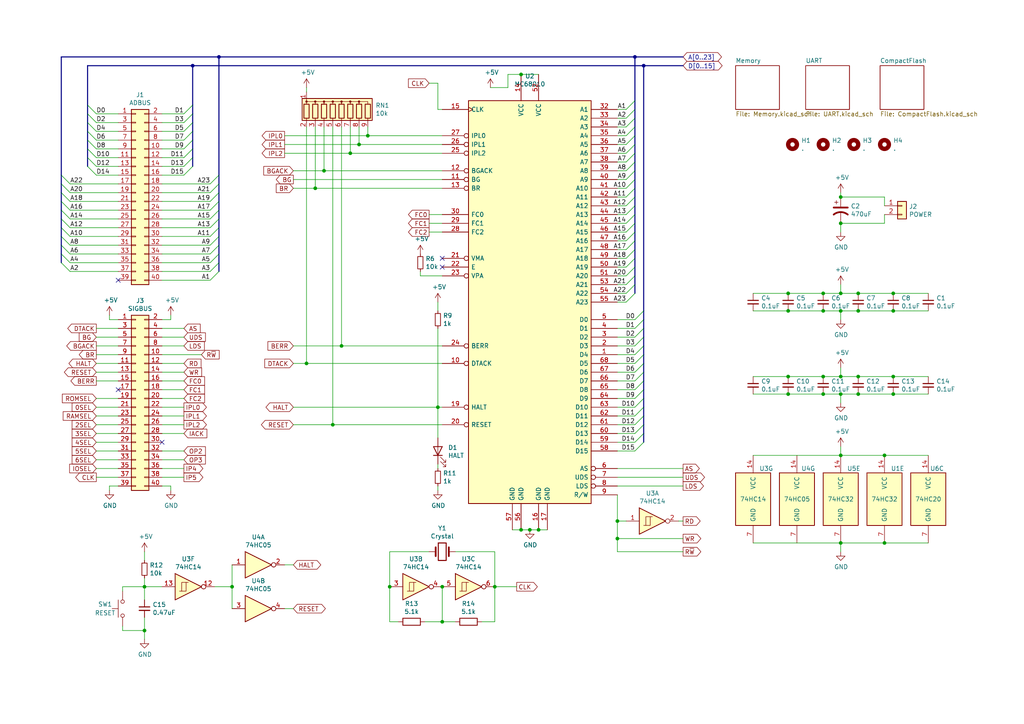
<source format=kicad_sch>
(kicad_sch (version 20211123) (generator eeschema)
  (paper "A4")
  (title_block (title "68k-SMT") (rev "1"))
  (junction (at 238.76 85.09))
  (junction (at 256.54 157.48))
  (junction (at 238.76 90.17))
  (junction (at 41.91 170.18))
  (junction (at 106.68 39.37))
  (junction (at 153.67 153.67))
  (junction (at 256.54 132.08))
  (junction (at 151.13 153.67))
  (junction (at 259.08 85.09))
  (junction (at 113.03 170.18))
  (junction (at 259.08 109.22))
  (junction (at 151.13 21.59))
  (junction (at 228.6 85.09))
  (junction (at 91.44 54.61))
  (junction (at 127 118.11))
  (junction (at 248.92 85.09))
  (junction (at 238.76 114.3))
  (junction (at 96.52 123.19))
  (junction (at 156.21 153.67))
  (junction (at 243.84 85.09))
  (junction (at 243.84 90.17))
  (junction (at 259.08 114.3))
  (junction (at 67.31 170.18))
  (junction (at 186.69 19.05))
  (junction (at 243.84 157.48))
  (junction (at 243.84 109.22))
  (junction (at 101.6 44.45))
  (junction (at 228.6 109.22))
  (junction (at 243.84 114.3))
  (junction (at 93.98 49.53))
  (junction (at 259.08 90.17))
  (junction (at 41.91 182.88))
  (junction (at 128.27 180.34))
  (junction (at 179.07 156.21))
  (junction (at 228.6 114.3))
  (junction (at 248.92 114.3))
  (junction (at 248.92 109.22))
  (junction (at 55.88 19.05))
  (junction (at 179.07 151.13))
  (junction (at 243.84 57.15))
  (junction (at 243.84 132.08))
  (junction (at 228.6 90.17))
  (junction (at 88.9 105.41))
  (junction (at 248.92 90.17))
  (junction (at 128.27 170.18))
  (junction (at 104.14 41.91))
  (junction (at 63.5 16.51))
  (junction (at 238.76 109.22))
  (junction (at 184.15 16.51))
  (junction (at 99.06 100.33))
  (junction (at 243.84 64.77))
  (junction (at 143.51 170.18))
  (no_connect (at 128.27 77.47))
  (no_connect (at 34.29 113.03))
  (no_connect (at 46.99 128.27))
  (no_connect (at 128.27 74.93))
  (no_connect (at 34.29 81.28))
  (bus_entry (at 181.61 74.93) (size 2.54 -2.54))
  (bus_entry (at 181.61 62.23) (size 2.54 -2.54))
  (bus_entry (at 181.61 36.83) (size 2.54 -2.54))
  (bus_entry (at 27.94 45.72) (size -2.54 -2.54))
  (bus_entry (at 53.34 38.1) (size 2.54 -2.54))
  (bus_entry (at 20.32 68.58) (size -2.54 -2.54))
  (bus_entry (at 60.96 55.88) (size 2.54 -2.54))
  (bus_entry (at 53.34 43.18) (size 2.54 -2.54))
  (bus_entry (at 181.61 82.55) (size 2.54 -2.54))
  (bus_entry (at 60.96 66.04) (size 2.54 -2.54))
  (bus_entry (at 60.96 68.58) (size 2.54 -2.54))
  (bus_entry (at 181.61 64.77) (size 2.54 -2.54))
  (bus_entry (at 184.15 130.81) (size 2.54 -2.54))
  (bus_entry (at 184.15 125.73) (size 2.54 -2.54))
  (bus_entry (at 20.32 76.2) (size -2.54 -2.54))
  (bus_entry (at 181.61 59.69) (size 2.54 -2.54))
  (bus_entry (at 184.15 102.87) (size 2.54 -2.54))
  (bus_entry (at 181.61 54.61) (size 2.54 -2.54))
  (bus_entry (at 20.32 66.04) (size -2.54 -2.54))
  (bus_entry (at 181.61 52.07) (size 2.54 -2.54))
  (bus_entry (at 181.61 80.01) (size 2.54 -2.54))
  (bus_entry (at 181.61 87.63) (size 2.54 -2.54))
  (bus_entry (at 20.32 73.66) (size -2.54 -2.54))
  (bus_entry (at 181.61 31.75) (size 2.54 -2.54))
  (bus_entry (at 181.61 67.31) (size 2.54 -2.54))
  (bus_entry (at 181.61 69.85) (size 2.54 -2.54))
  (bus_entry (at 184.15 120.65) (size 2.54 -2.54))
  (bus_entry (at 27.94 33.02) (size -2.54 -2.54))
  (bus_entry (at 20.32 71.12) (size -2.54 -2.54))
  (bus_entry (at 27.94 40.64) (size -2.54 -2.54))
  (bus_entry (at 53.34 48.26) (size 2.54 -2.54))
  (bus_entry (at 181.61 39.37) (size 2.54 -2.54))
  (bus_entry (at 60.96 81.28) (size 2.54 -2.54))
  (bus_entry (at 20.32 55.88) (size -2.54 -2.54))
  (bus_entry (at 181.61 41.91) (size 2.54 -2.54))
  (bus_entry (at 184.15 128.27) (size 2.54 -2.54))
  (bus_entry (at 20.32 60.96) (size -2.54 -2.54))
  (bus_entry (at 181.61 49.53) (size 2.54 -2.54))
  (bus_entry (at 184.15 113.03) (size 2.54 -2.54))
  (bus_entry (at 53.34 33.02) (size 2.54 -2.54))
  (bus_entry (at 184.15 97.79) (size 2.54 -2.54))
  (bus_entry (at 184.15 115.57) (size 2.54 -2.54))
  (bus_entry (at 184.15 95.25) (size 2.54 -2.54))
  (bus_entry (at 20.32 53.34) (size -2.54 -2.54))
  (bus_entry (at 181.61 57.15) (size 2.54 -2.54))
  (bus_entry (at 181.61 72.39) (size 2.54 -2.54))
  (bus_entry (at 184.15 92.71) (size 2.54 -2.54))
  (bus_entry (at 60.96 60.96) (size 2.54 -2.54))
  (bus_entry (at 60.96 73.66) (size 2.54 -2.54))
  (bus_entry (at 20.32 63.5) (size -2.54 -2.54))
  (bus_entry (at 181.61 46.99) (size 2.54 -2.54))
  (bus_entry (at 60.96 58.42) (size 2.54 -2.54))
  (bus_entry (at 20.32 78.74) (size -2.54 -2.54))
  (bus_entry (at 184.15 123.19) (size 2.54 -2.54))
  (bus_entry (at 60.96 76.2) (size 2.54 -2.54))
  (bus_entry (at 184.15 100.33) (size 2.54 -2.54))
  (bus_entry (at 20.32 58.42) (size -2.54 -2.54))
  (bus_entry (at 27.94 38.1) (size -2.54 -2.54))
  (bus_entry (at 184.15 110.49) (size 2.54 -2.54))
  (bus_entry (at 27.94 43.18) (size -2.54 -2.54))
  (bus_entry (at 184.15 107.95) (size 2.54 -2.54))
  (bus_entry (at 53.34 35.56) (size 2.54 -2.54))
  (bus_entry (at 27.94 50.8) (size -2.54 -2.54))
  (bus_entry (at 27.94 35.56) (size -2.54 -2.54))
  (bus_entry (at 60.96 63.5) (size 2.54 -2.54))
  (bus_entry (at 53.34 50.8) (size 2.54 -2.54))
  (bus_entry (at 181.61 44.45) (size 2.54 -2.54))
  (bus_entry (at 27.94 48.26) (size -2.54 -2.54))
  (bus_entry (at 53.34 45.72) (size 2.54 -2.54))
  (bus_entry (at 60.96 78.74) (size 2.54 -2.54))
  (bus_entry (at 184.15 118.11) (size 2.54 -2.54))
  (bus_entry (at 60.96 71.12) (size 2.54 -2.54))
  (bus_entry (at 60.96 53.34) (size 2.54 -2.54))
  (bus_entry (at 181.61 85.09) (size 2.54 -2.54))
  (bus_entry (at 53.34 40.64) (size 2.54 -2.54))
  (bus_entry (at 181.61 77.47) (size 2.54 -2.54))
  (bus_entry (at 181.61 34.29) (size 2.54 -2.54))
  (bus_entry (at 184.15 105.41) (size 2.54 -2.54))
  (bus (pts (xy 184.15 57.15) (xy 184.15 59.69)))
  (wire (pts (xy 147.32 21.59) (xy 151.13 21.59)))
  (bus (pts (xy 184.15 16.51) (xy 63.5 16.51)))
  (wire (pts (xy 46.99 105.41) (xy 53.34 105.41)))
  (wire (pts (xy 124.46 64.77) (xy 128.27 64.77)))
  (wire (pts (xy 53.34 130.81) (xy 46.99 130.81)))
  (wire (pts (xy 104.14 36.83) (xy 104.14 41.91)))
  (wire (pts (xy 269.24 157.48) (xy 256.54 157.48)))
  (wire (pts (xy 99.06 100.33) (xy 128.27 100.33)))
  (bus (pts (xy 17.78 55.88) (xy 17.78 58.42)))
  (wire (pts (xy 34.29 55.88) (xy 20.32 55.88)))
  (wire (pts (xy 53.34 40.64) (xy 46.99 40.64)))
  (bus (pts (xy 184.15 16.51) (xy 198.12 16.51)))
  (wire (pts (xy 179.07 80.01) (xy 181.61 80.01)))
  (wire (pts (xy 27.94 95.25) (xy 34.29 95.25)))
  (wire (pts (xy 113.03 180.34) (xy 115.57 180.34)))
  (wire (pts (xy 259.08 114.3) (xy 248.92 114.3)))
  (bus (pts (xy 184.15 16.51) (xy 184.15 29.21)))
  (wire (pts (xy 88.9 36.83) (xy 88.9 105.41)))
  (wire (pts (xy 85.09 49.53) (xy 93.98 49.53)))
  (bus (pts (xy 25.4 35.56) (xy 25.4 38.1)))
  (wire (pts (xy 53.34 133.35) (xy 46.99 133.35)))
  (bus (pts (xy 55.88 43.18) (xy 55.88 45.72)))
  (wire (pts (xy 184.15 123.19) (xy 179.07 123.19)))
  (wire (pts (xy 179.07 100.33) (xy 184.15 100.33)))
  (wire (pts (xy 181.61 39.37) (xy 179.07 39.37)))
  (bus (pts (xy 63.5 60.96) (xy 63.5 63.5)))
  (bus (pts (xy 55.88 30.48) (xy 55.88 33.02)))
  (wire (pts (xy 27.94 138.43) (xy 34.29 138.43)))
  (bus (pts (xy 63.5 53.34) (xy 63.5 55.88)))
  (wire (pts (xy 151.13 153.67) (xy 153.67 153.67)))
  (wire (pts (xy 53.34 120.65) (xy 46.99 120.65)))
  (wire (pts (xy 34.29 71.12) (xy 20.32 71.12)))
  (wire (pts (xy 60.96 73.66) (xy 46.99 73.66)))
  (bus (pts (xy 55.88 38.1) (xy 55.88 40.64)))
  (bus (pts (xy 186.69 92.71) (xy 186.69 95.25)))
  (wire (pts (xy 46.99 48.26) (xy 53.34 48.26)))
  (wire (pts (xy 127 24.13) (xy 127 31.75)))
  (bus (pts (xy 184.15 52.07) (xy 184.15 54.61)))
  (bus (pts (xy 184.15 49.53) (xy 184.15 52.07)))
  (wire (pts (xy 46.99 140.97) (xy 49.53 140.97)))
  (wire (pts (xy 88.9 26.67) (xy 88.9 25.4)))
  (wire (pts (xy 34.29 63.5) (xy 20.32 63.5)))
  (wire (pts (xy 121.92 78.74) (xy 121.92 80.01)))
  (wire (pts (xy 34.29 76.2) (xy 20.32 76.2)))
  (wire (pts (xy 101.6 44.45) (xy 128.27 44.45)))
  (wire (pts (xy 85.09 123.19) (xy 96.52 123.19)))
  (wire (pts (xy 82.55 41.91) (xy 104.14 41.91)))
  (wire (pts (xy 181.61 44.45) (xy 179.07 44.45)))
  (wire (pts (xy 53.34 107.95) (xy 46.99 107.95)))
  (wire (pts (xy 124.46 160.02) (xy 113.03 160.02)))
  (wire (pts (xy 156.21 153.67) (xy 158.75 153.67)))
  (wire (pts (xy 256.54 132.08) (xy 269.24 132.08)))
  (wire (pts (xy 128.27 180.34) (xy 132.08 180.34)))
  (wire (pts (xy 243.84 106.68) (xy 243.84 109.22)))
  (bus (pts (xy 186.69 123.19) (xy 186.69 125.73)))
  (bus (pts (xy 63.5 66.04) (xy 63.5 68.58)))
  (wire (pts (xy 243.84 90.17) (xy 238.76 90.17)))
  (wire (pts (xy 181.61 67.31) (xy 179.07 67.31)))
  (bus (pts (xy 17.78 73.66) (xy 17.78 76.2)))
  (wire (pts (xy 243.84 57.15) (xy 243.84 55.88)))
  (wire (pts (xy 113.03 160.02) (xy 113.03 170.18)))
  (bus (pts (xy 184.15 67.31) (xy 184.15 69.85)))
  (bus (pts (xy 63.5 16.51) (xy 17.78 16.51)))
  (wire (pts (xy 93.98 49.53) (xy 128.27 49.53)))
  (wire (pts (xy 218.44 157.48) (xy 243.84 157.48)))
  (bus (pts (xy 184.15 80.01) (xy 184.15 82.55)))
  (bus (pts (xy 186.69 113.03) (xy 186.69 115.57)))
  (wire (pts (xy 179.07 49.53) (xy 181.61 49.53)))
  (wire (pts (xy 53.34 123.19) (xy 46.99 123.19)))
  (wire (pts (xy 34.29 48.26) (xy 27.94 48.26)))
  (wire (pts (xy 34.29 60.96) (xy 20.32 60.96)))
  (wire (pts (xy 67.31 170.18) (xy 62.23 170.18)))
  (bus (pts (xy 25.4 19.05) (xy 25.4 30.48)))
  (wire (pts (xy 34.29 140.97) (xy 31.75 140.97)))
  (wire (pts (xy 243.84 132.08) (xy 256.54 132.08)))
  (bus (pts (xy 17.78 63.5) (xy 17.78 66.04)))
  (bus (pts (xy 184.15 39.37) (xy 184.15 41.91)))
  (wire (pts (xy 179.07 151.13) (xy 181.61 151.13)))
  (wire (pts (xy 34.29 78.74) (xy 20.32 78.74)))
  (bus (pts (xy 186.69 115.57) (xy 186.69 118.11)))
  (bus (pts (xy 55.88 40.64) (xy 55.88 43.18)))
  (wire (pts (xy 243.84 157.48) (xy 256.54 157.48)))
  (bus (pts (xy 17.78 50.8) (xy 17.78 53.34)))
  (bus (pts (xy 25.4 30.48) (xy 25.4 33.02)))
  (wire (pts (xy 259.08 109.22) (xy 269.24 109.22)))
  (wire (pts (xy 60.96 68.58) (xy 46.99 68.58)))
  (wire (pts (xy 184.15 102.87) (xy 179.07 102.87)))
  (wire (pts (xy 147.32 25.4) (xy 147.32 21.59)))
  (wire (pts (xy 46.99 97.79) (xy 53.34 97.79)))
  (wire (pts (xy 153.67 153.67) (xy 156.21 153.67)))
  (wire (pts (xy 31.75 92.71) (xy 34.29 92.71)))
  (wire (pts (xy 67.31 163.83) (xy 67.31 170.18)))
  (wire (pts (xy 82.55 176.53) (xy 85.09 176.53)))
  (wire (pts (xy 34.29 45.72) (xy 27.94 45.72)))
  (wire (pts (xy 181.61 34.29) (xy 179.07 34.29)))
  (wire (pts (xy 27.94 115.57) (xy 34.29 115.57)))
  (wire (pts (xy 46.99 170.18) (xy 41.91 170.18)))
  (wire (pts (xy 46.99 35.56) (xy 53.34 35.56)))
  (wire (pts (xy 31.75 91.44) (xy 31.75 92.71)))
  (wire (pts (xy 181.61 62.23) (xy 179.07 62.23)))
  (bus (pts (xy 184.15 34.29) (xy 184.15 36.83)))
  (bus (pts (xy 184.15 44.45) (xy 184.15 46.99)))
  (wire (pts (xy 179.07 85.09) (xy 181.61 85.09)))
  (wire (pts (xy 31.75 140.97) (xy 31.75 142.24)))
  (bus (pts (xy 55.88 33.02) (xy 55.88 35.56)))
  (bus (pts (xy 186.69 125.73) (xy 186.69 128.27)))
  (bus (pts (xy 63.5 58.42) (xy 63.5 60.96)))
  (wire (pts (xy 181.61 57.15) (xy 179.07 57.15)))
  (wire (pts (xy 34.29 50.8) (xy 27.94 50.8)))
  (wire (pts (xy 46.99 100.33) (xy 53.34 100.33)))
  (bus (pts (xy 25.4 40.64) (xy 25.4 43.18)))
  (wire (pts (xy 46.99 71.12) (xy 60.96 71.12)))
  (wire (pts (xy 179.07 105.41) (xy 184.15 105.41)))
  (wire (pts (xy 106.68 39.37) (xy 128.27 39.37)))
  (wire (pts (xy 53.34 125.73) (xy 46.99 125.73)))
  (wire (pts (xy 85.09 163.83) (xy 82.55 163.83)))
  (wire (pts (xy 35.56 170.18) (xy 41.91 170.18)))
  (wire (pts (xy 41.91 185.42) (xy 41.91 182.88)))
  (wire (pts (xy 238.76 85.09) (xy 243.84 85.09)))
  (wire (pts (xy 27.94 107.95) (xy 34.29 107.95)))
  (wire (pts (xy 34.29 68.58) (xy 20.32 68.58)))
  (wire (pts (xy 27.94 40.64) (xy 34.29 40.64)))
  (wire (pts (xy 179.07 95.25) (xy 184.15 95.25)))
  (wire (pts (xy 238.76 114.3) (xy 228.6 114.3)))
  (bus (pts (xy 186.69 105.41) (xy 186.69 107.95)))
  (wire (pts (xy 96.52 123.19) (xy 128.27 123.19)))
  (wire (pts (xy 46.99 78.74) (xy 60.96 78.74)))
  (bus (pts (xy 63.5 55.88) (xy 63.5 58.42)))
  (bus (pts (xy 63.5 76.2) (xy 63.5 78.74)))
  (bus (pts (xy 63.5 71.12) (xy 63.5 73.66)))
  (wire (pts (xy 35.56 182.88) (xy 41.91 182.88)))
  (bus (pts (xy 63.5 63.5) (xy 63.5 66.04)))
  (bus (pts (xy 184.15 41.91) (xy 184.15 44.45)))
  (wire (pts (xy 35.56 171.45) (xy 35.56 170.18)))
  (wire (pts (xy 179.07 110.49) (xy 184.15 110.49)))
  (wire (pts (xy 198.12 160.02) (xy 179.07 160.02)))
  (wire (pts (xy 101.6 36.83) (xy 101.6 44.45)))
  (wire (pts (xy 143.51 160.02) (xy 132.08 160.02)))
  (wire (pts (xy 27.94 105.41) (xy 34.29 105.41)))
  (wire (pts (xy 184.15 118.11) (xy 179.07 118.11)))
  (wire (pts (xy 49.53 92.71) (xy 49.53 91.44)))
  (wire (pts (xy 85.09 118.11) (xy 127 118.11)))
  (wire (pts (xy 148.59 153.67) (xy 151.13 153.67)))
  (wire (pts (xy 179.07 54.61) (xy 181.61 54.61)))
  (wire (pts (xy 179.07 36.83) (xy 181.61 36.83)))
  (bus (pts (xy 186.69 90.17) (xy 186.69 92.71)))
  (wire (pts (xy 99.06 36.83) (xy 99.06 100.33)))
  (bus (pts (xy 186.69 110.49) (xy 186.69 113.03)))
  (wire (pts (xy 41.91 170.18) (xy 41.91 167.64)))
  (bus (pts (xy 186.69 19.05) (xy 186.69 90.17)))
  (wire (pts (xy 127 118.11) (xy 127 127)))
  (wire (pts (xy 218.44 114.3) (xy 228.6 114.3)))
  (wire (pts (xy 243.84 64.77) (xy 256.54 64.77)))
  (bus (pts (xy 55.88 45.72) (xy 55.88 48.26)))
  (bus (pts (xy 184.15 59.69) (xy 184.15 62.23)))
  (wire (pts (xy 184.15 128.27) (xy 179.07 128.27)))
  (wire (pts (xy 269.24 90.17) (xy 259.08 90.17)))
  (wire (pts (xy 27.94 100.33) (xy 34.29 100.33)))
  (wire (pts (xy 179.07 31.75) (xy 181.61 31.75)))
  (wire (pts (xy 179.07 64.77) (xy 181.61 64.77)))
  (bus (pts (xy 184.15 64.77) (xy 184.15 67.31)))
  (wire (pts (xy 49.53 140.97) (xy 49.53 142.24)))
  (wire (pts (xy 179.07 41.91) (xy 181.61 41.91)))
  (wire (pts (xy 82.55 44.45) (xy 101.6 44.45)))
  (wire (pts (xy 46.99 63.5) (xy 60.96 63.5)))
  (bus (pts (xy 25.4 43.18) (xy 25.4 45.72)))
  (wire (pts (xy 238.76 90.17) (xy 228.6 90.17)))
  (wire (pts (xy 179.07 135.89) (xy 198.12 135.89)))
  (wire (pts (xy 53.34 50.8) (xy 46.99 50.8)))
  (wire (pts (xy 88.9 105.41) (xy 128.27 105.41)))
  (wire (pts (xy 184.15 97.79) (xy 179.07 97.79)))
  (wire (pts (xy 93.98 36.83) (xy 93.98 49.53)))
  (wire (pts (xy 127 31.75) (xy 128.27 31.75)))
  (wire (pts (xy 243.84 132.08) (xy 243.84 129.54)))
  (wire (pts (xy 179.07 140.97) (xy 198.12 140.97)))
  (wire (pts (xy 181.61 77.47) (xy 179.07 77.47)))
  (wire (pts (xy 60.96 81.28) (xy 46.99 81.28)))
  (wire (pts (xy 143.51 170.18) (xy 143.51 160.02)))
  (wire (pts (xy 104.14 41.91) (xy 128.27 41.91)))
  (wire (pts (xy 228.6 85.09) (xy 238.76 85.09)))
  (wire (pts (xy 179.07 156.21) (xy 198.12 156.21)))
  (wire (pts (xy 34.29 53.34) (xy 20.32 53.34)))
  (bus (pts (xy 186.69 97.79) (xy 186.69 100.33)))
  (wire (pts (xy 60.96 66.04) (xy 46.99 66.04)))
  (wire (pts (xy 34.29 43.18) (xy 27.94 43.18)))
  (wire (pts (xy 34.29 35.56) (xy 27.94 35.56)))
  (wire (pts (xy 243.84 90.17) (xy 243.84 92.71)))
  (bus (pts (xy 184.15 46.99) (xy 184.15 49.53)))
  (wire (pts (xy 53.34 138.43) (xy 46.99 138.43)))
  (wire (pts (xy 184.15 92.71) (xy 179.07 92.71)))
  (bus (pts (xy 184.15 36.83) (xy 184.15 39.37)))
  (bus (pts (xy 17.78 68.58) (xy 17.78 71.12)))
  (wire (pts (xy 34.29 97.79) (xy 27.94 97.79)))
  (wire (pts (xy 53.34 110.49) (xy 46.99 110.49)))
  (wire (pts (xy 243.84 82.55) (xy 243.84 85.09)))
  (wire (pts (xy 139.7 180.34) (xy 143.51 180.34)))
  (bus (pts (xy 186.69 118.11) (xy 186.69 120.65)))
  (wire (pts (xy 179.07 125.73) (xy 184.15 125.73)))
  (bus (pts (xy 186.69 95.25) (xy 186.69 97.79)))
  (wire (pts (xy 143.51 180.34) (xy 143.51 170.18)))
  (wire (pts (xy 60.96 53.34) (xy 46.99 53.34)))
  (wire (pts (xy 181.61 87.63) (xy 179.07 87.63)))
  (bus (pts (xy 17.78 53.34) (xy 17.78 55.88)))
  (wire (pts (xy 46.99 92.71) (xy 49.53 92.71)))
  (wire (pts (xy 259.08 85.09) (xy 269.24 85.09)))
  (wire (pts (xy 143.51 170.18) (xy 149.86 170.18)))
  (wire (pts (xy 228.6 90.17) (xy 218.44 90.17)))
  (wire (pts (xy 46.99 95.25) (xy 53.34 95.25)))
  (wire (pts (xy 127 87.63) (xy 127 90.17)))
  (wire (pts (xy 34.29 38.1) (xy 27.94 38.1)))
  (wire (pts (xy 34.29 73.66) (xy 20.32 73.66)))
  (wire (pts (xy 127 135.89) (xy 127 134.62)))
  (wire (pts (xy 85.09 54.61) (xy 91.44 54.61)))
  (wire (pts (xy 179.07 130.81) (xy 184.15 130.81)))
  (bus (pts (xy 17.78 60.96) (xy 17.78 63.5)))
  (wire (pts (xy 243.84 67.31) (xy 243.84 64.77)))
  (wire (pts (xy 218.44 132.08) (xy 243.84 132.08)))
  (wire (pts (xy 60.96 58.42) (xy 46.99 58.42)))
  (wire (pts (xy 127 118.11) (xy 128.27 118.11)))
  (wire (pts (xy 124.46 67.31) (xy 128.27 67.31)))
  (wire (pts (xy 27.94 123.19) (xy 34.29 123.19)))
  (wire (pts (xy 53.34 113.03) (xy 46.99 113.03)))
  (bus (pts (xy 17.78 71.12) (xy 17.78 73.66)))
  (wire (pts (xy 91.44 36.83) (xy 91.44 54.61)))
  (wire (pts (xy 256.54 64.77) (xy 256.54 62.23)))
  (wire (pts (xy 259.08 90.17) (xy 248.92 90.17)))
  (wire (pts (xy 179.07 138.43) (xy 198.12 138.43)))
  (bus (pts (xy 25.4 38.1) (xy 25.4 40.64)))
  (wire (pts (xy 218.44 109.22) (xy 228.6 109.22)))
  (wire (pts (xy 85.09 105.41) (xy 88.9 105.41)))
  (wire (pts (xy 46.99 135.89) (xy 53.34 135.89)))
  (wire (pts (xy 179.07 74.93) (xy 181.61 74.93)))
  (wire (pts (xy 67.31 170.18) (xy 67.31 176.53)))
  (bus (pts (xy 184.15 69.85) (xy 184.15 72.39)))
  (wire (pts (xy 142.24 25.4) (xy 147.32 25.4)))
  (wire (pts (xy 34.29 58.42) (xy 20.32 58.42)))
  (wire (pts (xy 58.42 102.87) (xy 46.99 102.87)))
  (wire (pts (xy 196.85 151.13) (xy 198.12 151.13)))
  (wire (pts (xy 243.84 57.15) (xy 256.54 57.15)))
  (wire (pts (xy 218.44 85.09) (xy 228.6 85.09)))
  (bus (pts (xy 186.69 102.87) (xy 186.69 105.41)))
  (bus (pts (xy 25.4 45.72) (xy 25.4 48.26)))
  (wire (pts (xy 34.29 135.89) (xy 27.94 135.89)))
  (wire (pts (xy 179.07 151.13) (xy 179.07 156.21)))
  (wire (pts (xy 243.84 109.22) (xy 248.92 109.22)))
  (wire (pts (xy 243.84 85.09) (xy 248.92 85.09)))
  (wire (pts (xy 121.92 80.01) (xy 128.27 80.01)))
  (wire (pts (xy 151.13 21.59) (xy 156.21 21.59)))
  (bus (pts (xy 55.88 19.05) (xy 55.88 30.48)))
  (bus (pts (xy 184.15 31.75) (xy 184.15 34.29)))
  (wire (pts (xy 243.84 114.3) (xy 243.84 116.84)))
  (bus (pts (xy 184.15 29.21) (xy 184.15 31.75)))
  (bus (pts (xy 17.78 16.51) (xy 17.78 50.8)))
  (wire (pts (xy 179.07 59.69) (xy 181.61 59.69)))
  (wire (pts (xy 53.34 118.11) (xy 46.99 118.11)))
  (wire (pts (xy 96.52 36.83) (xy 96.52 123.19)))
  (wire (pts (xy 181.61 72.39) (xy 179.07 72.39)))
  (wire (pts (xy 113.03 170.18) (xy 113.03 180.34)))
  (bus (pts (xy 184.15 82.55) (xy 184.15 85.09)))
  (wire (pts (xy 53.34 45.72) (xy 46.99 45.72)))
  (wire (pts (xy 34.29 66.04) (xy 20.32 66.04)))
  (wire (pts (xy 34.29 125.73) (xy 27.94 125.73)))
  (wire (pts (xy 41.91 179.07) (xy 41.91 182.88)))
  (wire (pts (xy 179.07 143.51) (xy 179.07 151.13)))
  (wire (pts (xy 85.09 100.33) (xy 99.06 100.33)))
  (wire (pts (xy 238.76 109.22) (xy 243.84 109.22)))
  (wire (pts (xy 85.09 52.07) (xy 128.27 52.07)))
  (wire (pts (xy 184.15 107.95) (xy 179.07 107.95)))
  (wire (pts (xy 127 140.97) (xy 127 142.24)))
  (bus (pts (xy 25.4 33.02) (xy 25.4 35.56)))
  (wire (pts (xy 181.61 82.55) (xy 179.07 82.55)))
  (bus (pts (xy 63.5 68.58) (xy 63.5 71.12)))
  (wire (pts (xy 179.07 156.21) (xy 179.07 160.02)))
  (bus (pts (xy 63.5 16.51) (xy 63.5 50.8)))
  (wire (pts (xy 60.96 60.96) (xy 46.99 60.96)))
  (wire (pts (xy 34.29 102.87) (xy 27.94 102.87)))
  (wire (pts (xy 179.07 120.65) (xy 184.15 120.65)))
  (wire (pts (xy 46.99 43.18) (xy 53.34 43.18)))
  (bus (pts (xy 63.5 50.8) (xy 63.5 53.34)))
  (wire (pts (xy 243.84 157.48) (xy 243.84 160.02)))
  (wire (pts (xy 256.54 57.15) (xy 256.54 59.69)))
  (wire (pts (xy 27.94 128.27) (xy 34.29 128.27)))
  (wire (pts (xy 60.96 76.2) (xy 46.99 76.2)))
  (wire (pts (xy 34.29 120.65) (xy 27.94 120.65)))
  (wire (pts (xy 179.07 69.85) (xy 181.61 69.85)))
  (wire (pts (xy 124.46 24.13) (xy 127 24.13)))
  (wire (pts (xy 82.55 39.37) (xy 106.68 39.37)))
  (bus (pts (xy 184.15 54.61) (xy 184.15 57.15)))
  (wire (pts (xy 41.91 160.02) (xy 41.91 162.56)))
  (wire (pts (xy 34.29 110.49) (xy 27.94 110.49)))
  (wire (pts (xy 248.92 114.3) (xy 243.84 114.3)))
  (bus (pts (xy 63.5 73.66) (xy 63.5 76.2)))
  (wire (pts (xy 27.94 133.35) (xy 34.29 133.35)))
  (wire (pts (xy 127 95.25) (xy 127 118.11)))
  (wire (pts (xy 184.15 113.03) (xy 179.07 113.03)))
  (bus (pts (xy 55.88 35.56) (xy 55.88 38.1)))
  (bus (pts (xy 17.78 66.04) (xy 17.78 68.58)))
  (wire (pts (xy 46.99 115.57) (xy 53.34 115.57)))
  (bus (pts (xy 17.78 58.42) (xy 17.78 60.96)))
  (wire (pts (xy 248.92 109.22) (xy 259.08 109.22)))
  (wire (pts (xy 27.94 118.11) (xy 34.29 118.11)))
  (wire (pts (xy 269.24 114.3) (xy 259.08 114.3)))
  (bus (pts (xy 184.15 72.39) (xy 184.15 74.93)))
  (wire (pts (xy 248.92 85.09) (xy 259.08 85.09)))
  (wire (pts (xy 53.34 33.02) (xy 46.99 33.02)))
  (bus (pts (xy 184.15 77.47) (xy 184.15 80.01)))
  (wire (pts (xy 34.29 130.81) (xy 27.94 130.81)))
  (wire (pts (xy 53.34 38.1) (xy 46.99 38.1)))
  (wire (pts (xy 228.6 109.22) (xy 238.76 109.22)))
  (wire (pts (xy 128.27 180.34) (xy 128.27 170.18)))
  (bus (pts (xy 55.88 19.05) (xy 25.4 19.05)))
  (bus (pts (xy 184.15 62.23) (xy 184.15 64.77)))
  (wire (pts (xy 91.44 54.61) (xy 128.27 54.61)))
  (bus (pts (xy 186.69 100.33) (xy 186.69 102.87)))
  (wire (pts (xy 27.94 33.02) (xy 34.29 33.02)))
  (wire (pts (xy 106.68 36.83) (xy 106.68 39.37)))
  (wire (pts (xy 41.91 170.18) (xy 41.91 173.99)))
  (bus (pts (xy 186.69 120.65) (xy 186.69 123.19)))
  (bus (pts (xy 184.15 74.93) (xy 184.15 77.47)))
  (wire (pts (xy 181.61 52.07) (xy 179.07 52.07)))
  (wire (pts (xy 46.99 55.88) (xy 60.96 55.88)))
  (bus (pts (xy 186.69 19.05) (xy 55.88 19.05)))
  (bus (pts (xy 186.69 19.05) (xy 198.12 19.05)))
  (wire (pts (xy 181.61 46.99) (xy 179.07 46.99)))
  (wire (pts (xy 179.07 115.57) (xy 184.15 115.57)))
  (wire (pts (xy 35.56 181.61) (xy 35.56 182.88)))
  (wire (pts (xy 128.27 62.23) (xy 124.46 62.23)))
  (bus (pts (xy 186.69 107.95) (xy 186.69 110.49)))
  (wire (pts (xy 243.84 114.3) (xy 238.76 114.3)))
  (wire (pts (xy 123.19 180.34) (xy 128.27 180.34)))
  (wire (pts (xy 248.92 90.17) (xy 243.84 90.17)))
  (label "A13" (at 60.96 66.04 180))
  (label "D2" (at 27.94 35.56 0))
  (label "D12" (at 27.94 48.26 0))
  (label "A6" (at 20.32 73.66 0))
  (label "A3" (at 60.96 78.74 180))
  (label "A1" (at 60.96 81.28 180))
  (label "A1" (at 181.61 31.75 180))
  (label "D3" (at 53.34 35.56 180))
  (label "A16" (at 20.32 60.96 0))
  (label "A14" (at 181.61 64.77 180))
  (label "A11" (at 60.96 68.58 180))
  (label "A22" (at 20.32 53.34 0))
  (label "D9" (at 184.15 115.57 180))
  (label "A3" (at 181.61 36.83 180))
  (label "A14" (at 20.32 63.5 0))
  (label "A20" (at 181.61 80.01 180))
  (label "A17" (at 181.61 72.39 180))
  (label "D5" (at 53.34 38.1 180))
  (label "D0" (at 184.15 92.71 180))
  (label "A10" (at 181.61 54.61 180))
  (label "A7" (at 60.96 73.66 180))
  (label "D1" (at 53.34 33.02 180))
  (label "D15" (at 184.15 130.81 180))
  (label "D4" (at 27.94 38.1 0))
  (label "A2" (at 181.61 34.29 180))
  (label "A6" (at 181.61 44.45 180))
  (label "D10" (at 184.15 118.11 180))
  (label "A11" (at 181.61 57.15 180))
  (label "D0" (at 27.94 33.02 0))
  (label "D3" (at 184.15 100.33 180))
  (label "D10" (at 27.94 45.72 0))
  (label "D8" (at 184.15 113.03 180))
  (label "A21" (at 60.96 55.88 180))
  (label "A19" (at 181.61 77.47 180))
  (label "A7" (at 181.61 46.99 180))
  (label "A17" (at 60.96 60.96 180))
  (label "A18" (at 181.61 74.93 180))
  (label "A16" (at 181.61 69.85 180))
  (label "D15" (at 53.34 50.8 180))
  (label "A12" (at 181.61 59.69 180))
  (label "D12" (at 184.15 123.19 180))
  (label "D11" (at 184.15 120.65 180))
  (label "A2" (at 20.32 78.74 0))
  (label "D7" (at 184.15 110.49 180))
  (label "A15" (at 181.61 67.31 180))
  (label "A13" (at 181.61 62.23 180))
  (label "D8" (at 27.94 43.18 0))
  (label "A8" (at 20.32 71.12 0))
  (label "D13" (at 184.15 125.73 180))
  (label "A23" (at 181.61 87.63 180))
  (label "D9" (at 53.34 43.18 180))
  (label "A9" (at 181.61 52.07 180))
  (label "A18" (at 20.32 58.42 0))
  (label "A8" (at 181.61 49.53 180))
  (label "A4" (at 20.32 76.2 0))
  (label "D14" (at 184.15 128.27 180))
  (label "A20" (at 20.32 55.88 0))
  (label "A15" (at 60.96 63.5 180))
  (label "A19" (at 60.96 58.42 180))
  (label "A23" (at 60.96 53.34 180))
  (label "A5" (at 60.96 76.2 180))
  (label "D7" (at 53.34 40.64 180))
  (label "A21" (at 181.61 82.55 180))
  (label "A9" (at 60.96 71.12 180))
  (label "A4" (at 181.61 39.37 180))
  (label "A22" (at 181.61 85.09 180))
  (label "A12" (at 20.32 66.04 0))
  (label "D2" (at 184.15 97.79 180))
  (label "D13" (at 53.34 48.26 180))
  (label "D14" (at 27.94 50.8 0))
  (label "D5" (at 184.15 105.41 180))
  (label "A10" (at 20.32 68.58 0))
  (label "D6" (at 184.15 107.95 180))
  (label "D1" (at 184.15 95.25 180))
  (label "D4" (at 184.15 102.87 180))
  (label "D6" (at 27.94 40.64 0))
  (label "A5" (at 181.61 41.91 180))
  (label "D11" (at 53.34 45.72 180))
  (global_label "CLK" (shape input) (at 124.46 24.13 180) (property "Intersheet References" "${INTERSHEET_REFS}" (effects hide)))
  (global_label "UDS" (shape output) (at 198.12 138.43 0) (property "Intersheet References" "${INTERSHEET_REFS}" (effects hide)))
  (global_label "BR" (shape output) (at 27.94 102.87 180) (property "Intersheet References" "${INTERSHEET_REFS}" (effects hide)))
  (global_label "BERR" (shape input) (at 85.09 100.33 180) (property "Intersheet References" "${INTERSHEET_REFS}" (effects hide)))
  (global_label "FC1" (shape output) (at 124.46 64.77 180) (property "Intersheet References" "${INTERSHEET_REFS}" (effects hide)))
  (global_label "FC1" (shape input) (at 53.34 113.03 0) (property "Intersheet References" "${INTERSHEET_REFS}" (effects hide)))
  (global_label "RESET" (shape bidirectional) (at 27.94 107.95 180) (property "Intersheet References" "${INTERSHEET_REFS}" (effects hide)))
  (global_label "BG" (shape output) (at 85.09 52.07 180) (property "Intersheet References" "${INTERSHEET_REFS}" (effects hide)))
  (global_label "BGACK" (shape input) (at 85.09 49.53 180) (property "Intersheet References" "${INTERSHEET_REFS}" (effects hide)))
  (global_label "ROMSEL" (shape input) (at 27.94 115.57 180) (property "Intersheet References" "${INTERSHEET_REFS}" (effects hide)))
  (global_label "A[0..23]" (shape tri_state) (at 198.12 16.51 0) (property "Intersheet References" "${INTERSHEET_REFS}" (effects hide)))
  (global_label "R~{W}" (shape output) (at 198.12 160.02 0) (property "Intersheet References" "${INTERSHEET_REFS}" (effects hide)))
  (global_label "RD" (shape input) (at 53.34 105.41 0) (property "Intersheet References" "${INTERSHEET_REFS}" (effects hide)))
  (global_label "CLK" (shape output) (at 27.94 138.43 180) (property "Intersheet References" "${INTERSHEET_REFS}" (effects hide)))
  (global_label "AS" (shape output) (at 198.12 135.89 0) (property "Intersheet References" "${INTERSHEET_REFS}" (effects hide)))
  (global_label "IPL1" (shape output) (at 82.55 41.91 180) (property "Intersheet References" "${INTERSHEET_REFS}" (effects hide)))
  (global_label "BGACK" (shape output) (at 27.94 100.33 180) (property "Intersheet References" "${INTERSHEET_REFS}" (effects hide)))
  (global_label "RAMSEL" (shape input) (at 27.94 120.65 180) (property "Intersheet References" "${INTERSHEET_REFS}" (effects hide)))
  (global_label "WR" (shape input) (at 53.34 107.95 0) (property "Intersheet References" "${INTERSHEET_REFS}" (effects hide)))
  (global_label "R~{W}" (shape input) (at 58.42 102.87 0) (property "Intersheet References" "${INTERSHEET_REFS}" (effects hide)))
  (global_label "AS" (shape input) (at 53.34 95.25 0) (property "Intersheet References" "${INTERSHEET_REFS}" (effects hide)))
  (global_label "5SEL" (shape input) (at 27.94 130.81 180) (property "Intersheet References" "${INTERSHEET_REFS}" (effects hide)))
  (global_label "0SEL" (shape input) (at 27.94 118.11 180) (property "Intersheet References" "${INTERSHEET_REFS}" (effects hide)))
  (global_label "RESET" (shape bidirectional) (at 85.09 123.19 180) (property "Intersheet References" "${INTERSHEET_REFS}" (effects hide)))
  (global_label "IOSEL" (shape input) (at 27.94 135.89 180) (property "Intersheet References" "${INTERSHEET_REFS}" (effects hide)))
  (global_label "CLK" (shape output) (at 149.86 170.18 0) (property "Intersheet References" "${INTERSHEET_REFS}" (effects hide)))
  (global_label "UDS" (shape input) (at 53.34 97.79 0) (property "Intersheet References" "${INTERSHEET_REFS}" (effects hide)))
  (global_label "3SEL" (shape input) (at 27.94 125.73 180) (property "Intersheet References" "${INTERSHEET_REFS}" (effects hide)))
  (global_label "IPL2" (shape output) (at 53.34 123.19 0) (property "Intersheet References" "${INTERSHEET_REFS}" (effects hide)))
  (global_label "2SEL" (shape input) (at 27.94 123.19 180) (property "Intersheet References" "${INTERSHEET_REFS}" (effects hide)))
  (global_label "BG" (shape input) (at 27.94 97.79 180) (property "Intersheet References" "${INTERSHEET_REFS}" (effects hide)))
  (global_label "IPL0" (shape output) (at 53.34 118.11 0) (property "Intersheet References" "${INTERSHEET_REFS}" (effects hide)))
  (global_label "LDS" (shape output) (at 198.12 140.97 0) (property "Intersheet References" "${INTERSHEET_REFS}" (effects hide)))
  (global_label "OP3" (shape input) (at 53.34 133.35 0) (property "Intersheet References" "${INTERSHEET_REFS}" (effects hide)))
  (global_label "FC2" (shape output) (at 124.46 67.31 180) (property "Intersheet References" "${INTERSHEET_REFS}" (effects hide)))
  (global_label "HALT" (shape bidirectional) (at 27.94 105.41 180) (property "Intersheet References" "${INTERSHEET_REFS}" (effects hide)))
  (global_label "RD" (shape output) (at 198.12 151.13 0) (property "Intersheet References" "${INTERSHEET_REFS}" (effects hide)))
  (global_label "FC0" (shape input) (at 53.34 110.49 0) (property "Intersheet References" "${INTERSHEET_REFS}" (effects hide)))
  (global_label "DTACK" (shape output) (at 27.94 95.25 180) (property "Intersheet References" "${INTERSHEET_REFS}" (effects hide)))
  (global_label "WR" (shape output) (at 198.12 156.21 0) (property "Intersheet References" "${INTERSHEET_REFS}" (effects hide)))
  (global_label "DTACK" (shape input) (at 85.09 105.41 180) (property "Intersheet References" "${INTERSHEET_REFS}" (effects hide)))
  (global_label "HALT" (shape bidirectional) (at 85.09 163.83 0) (property "Intersheet References" "${INTERSHEET_REFS}" (effects hide)))
  (global_label "IP5" (shape output) (at 53.34 138.43 0) (property "Intersheet References" "${INTERSHEET_REFS}" (effects hide)))
  (global_label "D[0..15]" (shape tri_state) (at 198.12 19.05 0) (property "Intersheet References" "${INTERSHEET_REFS}" (effects hide)))
  (global_label "BR" (shape input) (at 85.09 54.61 180) (property "Intersheet References" "${INTERSHEET_REFS}" (effects hide)))
  (global_label "LDS" (shape input) (at 53.34 100.33 0) (property "Intersheet References" "${INTERSHEET_REFS}" (effects hide)))
  (global_label "IACK" (shape input) (at 53.34 125.73 0) (property "Intersheet References" "${INTERSHEET_REFS}" (effects hide)))
  (global_label "FC2" (shape input) (at 53.34 115.57 0) (property "Intersheet References" "${INTERSHEET_REFS}" (effects hide)))
  (global_label "IP4" (shape output) (at 53.34 135.89 0) (property "Intersheet References" "${INTERSHEET_REFS}" (effects hide)))
  (global_label "FC0" (shape output) (at 124.46 62.23 180) (property "Intersheet References" "${INTERSHEET_REFS}" (effects hide)))
  (global_label "IPL0" (shape output) (at 82.55 39.37 180) (property "Intersheet References" "${INTERSHEET_REFS}" (effects hide)))
  (global_label "IPL1" (shape output) (at 53.34 120.65 0) (property "Intersheet References" "${INTERSHEET_REFS}" (effects hide)))
  (global_label "HALT" (shape bidirectional) (at 85.09 118.11 180) (property "Intersheet References" "${INTERSHEET_REFS}" (effects hide)))
  (global_label "IPL2" (shape output) (at 82.55 44.45 180) (property "Intersheet References" "${INTERSHEET_REFS}" (effects hide)))
  (global_label "4SEL" (shape input) (at 27.94 128.27 180) (property "Intersheet References" "${INTERSHEET_REFS}" (effects hide)))
  (global_label "BERR" (shape output) (at 27.94 110.49 180) (property "Intersheet References" "${INTERSHEET_REFS}" (effects hide)))
  (global_label "OP2" (shape input) (at 53.34 130.81 0) (property "Intersheet References" "${INTERSHEET_REFS}" (effects hide)))
  (global_label "RESET" (shape bidirectional) (at 85.09 176.53 0) (property "Intersheet References" "${INTERSHEET_REFS}" (effects hide)))
  (global_label "6SEL" (shape input) (at 27.94 133.35 180) (property "Intersheet References" "${INTERSHEET_REFS}" (effects hide)))
  (symbol (lib_id "CPU_NXP_68000:MC68000FN") (at 153.67 87.63 0) (unit 1)
    (property "Reference" "U2" (at 153.67 22.0726 0))
    (property "Value" "MC68010" (at 153.67 24.384 0))
    (property "Footprint" "Package_LCC:PLCC-68_THT-Socket" (effects hide))
    (property "Datasheet" "https://www.nxp.com/docs/en/reference-manual/MC68000UM.pdf" (effects hide))
  )
  (symbol (lib_id "power:GND") (at 153.67 153.67 0) (unit 1)
    (property "Reference" "#PWR017" (effects hide))
    (property "Value" "GND" (at 153.797 158.0642 0))
  )
  (symbol (lib_id "power:+5V") (at 142.24 25.4 0) (unit 1)
    (property "Reference" "#PWR01" (effects hide))
    (property "Value" "+5V" (at 142.621 21.0058 0))
  )
  (symbol (lib_id "74xx:74HC14") (at 189.23 151.13 0) (unit 1)
    (property "Reference" "U3" (at 189.23 143.0782 0))
    (property "Value" "74HC14" (at 189.23 145.3896 0))
    (property "Footprint" "Package_SO:TSSOP-14_4.4x5mm_P0.65mm" (effects hide))
    (property "Datasheet" "http://www.ti.com/lit/gpn/sn74HC14" (effects hide))
  )
  (symbol (lib_id "Device:R_Small") (at 127 92.71 0) (unit 1)
    (property "Reference" "R9" (at 128.4986 91.5416 0) (effects (justify left)))
    (property "Value" "1k" (at 128.4986 93.853 0) (effects (justify left)))
    (property "Footprint" "Resistor_THT:R_Axial_DIN0204_L3.6mm_D1.6mm_P5.08mm_Horizontal" (effects hide))
  )
  (symbol (lib_id "power:+5V") (at 127 87.63 0) (unit 1)
    (property "Reference" "#PWR07" (effects hide))
    (property "Value" "+5V" (at 127.381 83.2358 0))
  )
  (symbol (lib_id "Device:R_Small") (at 121.92 76.2 0) (unit 1)
    (property "Reference" "R6" (at 123.4186 75.0316 0) (effects (justify left)))
    (property "Value" "10k" (at 123.4186 77.343 0) (effects (justify left)))
    (property "Footprint" "Resistor_THT:R_Axial_DIN0204_L3.6mm_D1.6mm_P5.08mm_Horizontal" (effects hide))
  )
  (symbol (lib_id "power:+5V") (at 121.92 73.66 0) (unit 1)
    (property "Reference" "#PWR05" (effects hide))
    (property "Value" "+5V" (at 122.301 69.2658 0))
  )
  (symbol (lib_id "Device:C_Polarized_US") (at 243.84 60.96 0) (unit 1)
    (property "Reference" "C2" (at 246.761 59.7916 0) (effects (justify left)))
    (property "Value" "470uF" (at 246.761 62.103 0) (effects (justify left)))
    (property "Footprint" "Capacitor_THT:CP_Radial_D10.0mm_P5.00mm" (effects hide))
  )
  (symbol (lib_id "power:GND") (at 243.84 67.31 0) (unit 1)
    (property "Reference" "#PWR04" (effects hide))
    (property "Value" "GND" (at 243.967 71.7042 0))
  )
  (symbol (lib_id "power:+5V") (at 243.84 55.88 0) (unit 1)
    (property "Reference" "#PWR03" (effects hide))
    (property "Value" "+5V" (at 244.221 51.4858 0))
  )
  (symbol (lib_id "power:GND") (at 127 142.24 0) (unit 1)
    (property "Reference" "#PWR014" (effects hide))
    (property "Value" "GND" (at 127.127 146.6342 0))
  )
  (symbol (lib_id "74xx:74HC14") (at 120.65 170.18 0) (unit 2)
    (property "Reference" "U3" (at 120.65 162.1282 0))
    (property "Value" "74HC14" (at 120.65 164.4396 0))
    (property "Footprint" "Package_SO:TSSOP-14_4.4x5mm_P0.65mm" (effects hide))
    (property "Datasheet" "http://www.ti.com/lit/gpn/sn74HC14" (effects hide))
  )
  (symbol (lib_id "74xx:74HC14") (at 135.89 170.18 0) (unit 3)
    (property "Reference" "U3" (at 135.89 162.1282 0))
    (property "Value" "74HC14" (at 135.89 164.4396 0))
    (property "Footprint" "Package_SO:TSSOP-14_4.4x5mm_P0.65mm" (effects hide))
    (property "Datasheet" "http://www.ti.com/lit/gpn/sn74HC14" (effects hide))
  )
  (symbol (lib_id "Device:R") (at 119.38 180.34 270) (unit 1)
    (property "Reference" "R13" (at 119.38 175.0822 90))
    (property "Value" "5.1k" (at 119.38 177.3936 90))
    (property "Footprint" "Resistor_THT:R_Axial_DIN0204_L3.6mm_D1.6mm_P5.08mm_Horizontal" (effects hide))
  )
  (symbol (lib_id "Device:R") (at 135.89 180.34 270) (unit 1)
    (property "Reference" "R14" (at 135.89 175.0822 90))
    (property "Value" "5.1k" (at 135.89 177.3936 90))
    (property "Footprint" "Resistor_THT:R_Axial_DIN0204_L3.6mm_D1.6mm_P5.08mm_Horizontal" (effects hide))
  )
  (symbol (lib_id "Device:Crystal") (at 128.27 160.02 0) (unit 1)
    (property "Reference" "Y1" (at 128.27 153.2128 0))
    (property "Value" "Crystal" (at 128.27 155.5242 0))
    (property "Footprint" "Crystal:Crystal_HC49-4H_Vertical" (effects hide))
  )
  (symbol (lib_id "Device:LED") (at 127 130.81 90) (unit 1)
    (property "Reference" "D1" (at 129.9718 129.8194 90) (effects (justify right)))
    (property "Value" "HALT" (at 129.9718 132.1308 90) (effects (justify right)))
    (property "Footprint" "LED_THT:LED_D5.0mm" (effects hide))
  )
  (symbol (lib_id "Device:R_Small") (at 127 138.43 0) (unit 1)
    (property "Reference" "R11" (at 128.4986 137.2616 0) (effects (justify left)))
    (property "Value" "1k" (at 128.4986 139.573 0) (effects (justify left)))
    (property "Footprint" "Resistor_THT:R_Axial_DIN0204_L3.6mm_D1.6mm_P5.08mm_Horizontal" (effects hide))
  )
  (symbol (lib_id "Device:C_Small") (at 228.6 111.76 0) (unit 1)
    (property "Reference" "C10" (at 230.9368 110.5916 0) (effects (justify left)))
    (property "Value" "0.1uF" (at 230.9368 112.903 0) (effects (justify left)))
    (property "Footprint" "Capacitor_THT:C_Disc_D3.0mm_W2.0mm_P2.50mm" (effects hide))
  )
  (symbol (lib_id "Device:C_Small") (at 238.76 111.76 0) (unit 1)
    (property "Reference" "C11" (at 241.0968 110.5916 0) (effects (justify left)))
    (property "Value" "0.1uF" (at 241.0968 112.903 0) (effects (justify left)))
    (property "Footprint" "Capacitor_THT:C_Disc_D3.0mm_W2.0mm_P2.50mm" (effects hide))
  )
  (symbol (lib_id "Device:C_Small") (at 248.92 111.76 0) (unit 1)
    (property "Reference" "C12" (at 251.2568 110.5916 0) (effects (justify left)))
    (property "Value" "0.1uF" (at 251.2568 112.903 0) (effects (justify left)))
    (property "Footprint" "Capacitor_THT:C_Disc_D3.0mm_W2.0mm_P2.50mm" (effects hide))
  )
  (symbol (lib_id "Device:C_Small") (at 259.08 111.76 0) (unit 1)
    (property "Reference" "C13" (at 261.4168 110.5916 0) (effects (justify left)))
    (property "Value" "0.1uF" (at 261.4168 112.903 0) (effects (justify left)))
    (property "Footprint" "Capacitor_THT:C_Disc_D3.0mm_W2.0mm_P2.50mm" (effects hide))
  )
  (symbol (lib_id "Device:C_Small") (at 269.24 111.76 0) (unit 1)
    (property "Reference" "C14" (at 271.5768 110.5916 0) (effects (justify left)))
    (property "Value" "0.1uF" (at 271.5768 112.903 0) (effects (justify left)))
    (property "Footprint" "Capacitor_THT:C_Disc_D3.0mm_W2.0mm_P2.50mm" (effects hide))
  )
  (symbol (lib_id "Device:C_Small") (at 259.08 87.63 0) (unit 1)
    (property "Reference" "C8" (at 261.4168 86.4616 0) (effects (justify left)))
    (property "Value" "0.1uF" (at 261.4168 88.773 0) (effects (justify left)))
    (property "Footprint" "Capacitor_THT:C_Disc_D3.0mm_W2.0mm_P2.50mm" (effects hide))
  )
  (symbol (lib_id "Device:C_Small") (at 218.44 87.63 0) (unit 1)
    (property "Reference" "C4" (at 220.7768 86.4616 0) (effects (justify left)))
    (property "Value" "0.1uF" (at 220.7768 88.773 0) (effects (justify left)))
    (property "Footprint" "Capacitor_THT:C_Disc_D3.0mm_W2.0mm_P2.50mm" (effects hide))
  )
  (symbol (lib_id "power:GND") (at 243.84 116.84 0) (unit 1)
    (property "Reference" "#PWR012" (effects hide))
    (property "Value" "GND" (at 243.967 121.2342 0))
  )
  (symbol (lib_id "power:+5V") (at 243.84 106.68 0) (unit 1)
    (property "Reference" "#PWR011" (effects hide))
    (property "Value" "+5V" (at 244.221 102.2858 0))
  )
  (symbol (lib_id "Device:C_Small") (at 228.6 87.63 0) (unit 1)
    (property "Reference" "C5" (at 230.9368 86.4616 0) (effects (justify left)))
    (property "Value" "0.1uF" (at 230.9368 88.773 0) (effects (justify left)))
    (property "Footprint" "Capacitor_THT:C_Disc_D3.0mm_W2.0mm_P2.50mm" (effects hide))
  )
  (symbol (lib_id "Device:C_Small") (at 238.76 87.63 0) (unit 1)
    (property "Reference" "C6" (at 241.0968 86.4616 0) (effects (justify left)))
    (property "Value" "0.1uF" (at 241.0968 88.773 0) (effects (justify left)))
    (property "Footprint" "Capacitor_THT:C_Disc_D3.0mm_W2.0mm_P2.50mm" (effects hide))
  )
  (symbol (lib_id "Device:C_Small") (at 248.92 87.63 0) (unit 1)
    (property "Reference" "C7" (at 251.2568 86.4616 0) (effects (justify left)))
    (property "Value" "0.1uF" (at 251.2568 88.773 0) (effects (justify left)))
    (property "Footprint" "Capacitor_THT:C_Disc_D3.0mm_W2.0mm_P2.50mm" (effects hide))
  )
  (symbol (lib_id "power:+5V") (at 243.84 82.55 0) (unit 1)
    (property "Reference" "#PWR06" (effects hide))
    (property "Value" "+5V" (at 244.221 78.1558 0))
  )
  (symbol (lib_id "power:GND") (at 243.84 92.71 0) (unit 1)
    (property "Reference" "#PWR08" (effects hide))
    (property "Value" "GND" (at 243.967 97.1042 0))
  )
  (symbol (lib_id "power:+5V") (at 243.84 129.54 0) (unit 1)
    (property "Reference" "#PWR013" (effects hide))
    (property "Value" "+5V" (at 244.221 125.1458 0))
  )
  (symbol (lib_id "power:GND") (at 243.84 160.02 0) (unit 1)
    (property "Reference" "#PWR018" (effects hide))
    (property "Value" "GND" (at 243.967 164.4142 0))
  )
  (symbol (lib_id "74xx:74HC14") (at 218.44 144.78 0) (unit 7)
    (property "Reference" "U3" (at 222.25 135.89 0))
    (property "Value" "74HC14" (at 218.44 144.78 0))
    (property "Footprint" "Package_SO:TSSOP-14_4.4x5mm_P0.65mm" (effects hide))
    (property "Datasheet" "http://www.ti.com/lit/gpn/sn74HC14" (effects hide))
  )
  (symbol (lib_id "74xx:74LS32") (at 243.84 144.78 0) (unit 5)
    (property "Reference" "U5" (at 247.65 135.89 0))
    (property "Value" "74HC32" (at 243.84 144.78 0))
    (property "Footprint" "Package_SO:TSSOP-14_4.4x5mm_P0.65mm" (effects hide))
    (property "Datasheet" "http://www.ti.com/lit/gpn/sn74LS32" (effects hide))
  )
  (symbol (lib_id "power:GND") (at 31.75 142.24 0) (unit 1)
    (property "Reference" "#PWR015" (effects hide))
    (property "Value" "GND" (at 31.877 146.6342 0))
  )
  (symbol (lib_id "power:+5V") (at 31.75 91.44 0) (unit 1)
    (property "Reference" "#PWR09" (effects hide))
    (property "Value" "+5V" (at 32.131 87.0458 0))
  )
  (symbol (lib_id "power:+5V") (at 49.53 91.44 0) (unit 1)
    (property "Reference" "#PWR010" (effects hide))
    (property "Value" "+5V" (at 49.911 87.0458 0))
  )
  (symbol (lib_id "power:GND") (at 49.53 142.24 0) (unit 1)
    (property "Reference" "#PWR016" (effects hide))
    (property "Value" "GND" (at 49.657 146.6342 0))
  )
  (symbol (lib_id "Connector_Generic:Conn_02x20_Odd_Even") (at 39.37 55.88 0) (unit 1)
    (property "Reference" "J1" (at 40.64 27.5082 0))
    (property "Value" "ADBUS" (at 40.64 29.8196 0))
    (property "Footprint" "Connector_PinHeader_2.54mm:PinHeader_2x20_P2.54mm_Vertical" (effects hide))
  )
  (symbol (lib_id "Connector_Generic:Conn_02x20_Odd_Even") (at 39.37 115.57 0) (unit 1)
    (property "Reference" "J3" (at 40.64 87.1982 0))
    (property "Value" "SIGBUS" (at 40.64 89.5096 0))
    (property "Footprint" "Connector_PinHeader_2.54mm:PinHeader_2x20_P2.54mm_Vertical" (effects hide))
  )
  (symbol (lib_id "Mechanical:MountingHole") (at 229.87 41.91 0) (unit 1)
    (property "Reference" "H1" (at 232.41 40.7416 0) (effects (justify left)))
    (property "Value" "." (at 232.41 43.053 0) (effects (justify left)))
    (property "Footprint" "MountingHole:MountingHole_2.7mm_Pad_Via" (effects hide))
  )
  (symbol (lib_id "Mechanical:MountingHole") (at 238.76 41.91 0) (unit 1)
    (property "Reference" "H2" (at 241.3 40.7416 0) (effects (justify left)))
    (property "Value" "." (at 241.3 43.053 0) (effects (justify left)))
    (property "Footprint" "MountingHole:MountingHole_2.7mm_Pad_Via" (effects hide))
  )
  (symbol (lib_id "Mechanical:MountingHole") (at 247.65 41.91 0) (unit 1)
    (property "Reference" "H3" (at 250.19 40.7416 0) (effects (justify left)))
    (property "Value" "." (at 250.19 43.053 0) (effects (justify left)))
    (property "Footprint" "MountingHole:MountingHole_2.7mm_Pad_Via" (effects hide))
  )
  (symbol (lib_id "Mechanical:MountingHole") (at 256.54 41.91 0) (unit 1)
    (property "Reference" "H4" (at 259.08 40.7416 0) (effects (justify left)))
    (property "Value" "." (at 259.08 43.053 0) (effects (justify left)))
    (property "Footprint" "MountingHole:MountingHole_2.7mm_Pad_Via" (effects hide))
  )
  (symbol (lib_id "74xx:74LS05") (at 74.93 176.53 0) (unit 2)
    (property "Reference" "U4" (at 74.93 168.4782 0))
    (property "Value" "74HC05" (at 74.93 170.7896 0))
    (property "Footprint" "Package_SO:TSSOP-14_4.4x5mm_P0.65mm" (effects hide))
    (property "Datasheet" "http://www.ti.com/lit/gpn/sn74HC14" (effects hide))
  )
  (symbol (lib_id "74xx:74LS05") (at 74.93 163.83 0) (unit 1)
    (property "Reference" "U4" (at 74.93 155.7782 0))
    (property "Value" "74HC05" (at 74.93 158.0896 0))
    (property "Footprint" "Package_SO:TSSOP-14_4.4x5mm_P0.65mm" (effects hide))
    (property "Datasheet" "http://www.ti.com/lit/gpn/sn74HC14" (effects hide))
  )
  (symbol (lib_id "Switch:SW_Push") (at 35.56 176.53 90) (unit 1)
    (property "Reference" "SW1" (at 30.48 175.26 90))
    (property "Value" "RESET" (at 30.48 177.8 90))
    (property "Footprint" "Button_Switch_THT:SW_PUSH_6mm" (effects hide))
  )
  (symbol (lib_id "Device:R_Small") (at 41.91 165.1 0) (unit 1)
    (property "Reference" "R12" (at 43.4086 163.9316 0) (effects (justify left)))
    (property "Value" "10k" (at 43.4086 166.243 0) (effects (justify left)))
    (property "Footprint" "Resistor_THT:R_Axial_DIN0204_L3.6mm_D1.6mm_P5.08mm_Horizontal" (effects hide))
  )
  (symbol (lib_id "Device:C_Small") (at 41.91 176.53 0) (unit 1)
    (property "Reference" "C15" (at 44.2468 175.3616 0) (effects (justify left)))
    (property "Value" "0.47uF" (at 44.2468 177.673 0) (effects (justify left)))
    (property "Footprint" "Capacitor_THT:C_Disc_D3.0mm_W2.0mm_P2.50mm" (effects hide))
  )
  (symbol (lib_id "power:GND") (at 41.91 185.42 0) (unit 1)
    (property "Reference" "#PWR020" (effects hide))
    (property "Value" "GND" (at 42.037 189.8142 0))
  )
  (symbol (lib_id "power:+5V") (at 41.91 160.02 0) (unit 1)
    (property "Reference" "#PWR019" (effects hide))
    (property "Value" "+5V" (at 42.291 155.6258 0))
  )
  (symbol (lib_id "74xx:74HC14") (at 54.61 170.18 0) (unit 6)
    (property "Reference" "U3" (at 54.61 162.1282 0))
    (property "Value" "74HC14" (at 54.61 164.4396 0))
    (property "Footprint" "Package_SO:TSSOP-14_4.4x5mm_P0.65mm" (effects hide))
    (property "Datasheet" "http://www.ti.com/lit/gpn/sn74HC14" (effects hide))
  )
  (symbol (lib_id "Device:R_Network08") (at 99.06 31.75 0) (unit 1)
    (property "Reference" "RN1" (at 108.9152 30.5816 0) (effects (justify left)))
    (property "Value" "10k" (at 108.9152 32.893 0) (effects (justify left)))
    (property "Footprint" "Resistor_THT:R_Array_SIP9" (effects hide))
    (property "Datasheet" "http://www.vishay.com/docs/31509/csc.pdf" (effects hide))
  )
  (symbol (lib_id "Connector_Generic:Conn_01x02") (at 261.62 59.69 0) (unit 1)
    (property "Reference" "J2" (at 263.652 59.8932 0) (effects (justify left)))
    (property "Value" "POWER" (at 263.652 62.2046 0) (effects (justify left)))
    (property "Footprint" "Connector_PinHeader_2.54mm:PinHeader_1x02_P2.54mm_Vertical" (effects hide))
  )
  (symbol (lib_id "74xx:74LS32") (at 256.54 144.78 0) (unit 5)
    (property "Reference" "U1" (at 260.35 135.89 0))
    (property "Value" "74HC32" (at 256.54 144.78 0))
    (property "Footprint" "Package_SO:TSSOP-14_4.4x5mm_P0.65mm" (effects hide))
    (property "Datasheet" "http://www.ti.com/lit/gpn/sn74LS32" (effects hide))
  )
  (symbol (lib_id "power:+5V") (at 88.9 25.4 0) (unit 1)
    (property "Reference" "#PWR045" (effects hide))
    (property "Value" "+5V" (at 89.281 21.0058 0))
  )
  (symbol (lib_id "Device:C_Small") (at 269.24 87.63 0) (unit 1)
    (property "Reference" "C1" (at 271.5768 86.4616 0) (effects (justify left)))
    (property "Value" "0.1uF" (at 271.5768 88.773 0) (effects (justify left)))
    (property "Footprint" "Capacitor_THT:C_Disc_D3.0mm_W2.0mm_P2.50mm" (effects hide))
  )
  (symbol (lib_id "74xx:74LS05") (at 231.14 144.78 0) (unit 7)
    (property "Reference" "U4" (at 232.41 135.89 0) (effects (justify left)))
    (property "Value" "74HC05" (at 227.33 144.78 0) (effects (justify left)))
    (property "Footprint" "Package_SO:TSSOP-14_4.4x5mm_P0.65mm" (effects hide))
    (property "Datasheet" "http://www.ti.com/lit/gpn/sn74HC14" (effects hide))
  )
  (symbol (lib_id "74xx:74LS20") (at 269.24 144.78 0) (unit 3)
    (property "Reference" "U6" (at 271.78 135.89 0))
    (property "Value" "74HC20" (at 269.24 144.78 0))
    (property "Footprint" "Package_SO:TSSOP-14_4.4x5mm_P0.65mm" (effects hide))
    (property "Datasheet" "http://www.ti.com/lit/gpn/sn74LS20" (effects hide))
  )
  (symbol (lib_id "Device:C_Small") (at 218.44 111.76 0) (unit 1)
    (property "Reference" "C9" (at 220.7768 110.5916 0) (effects (justify left)))
    (property "Value" "0.1uF" (at 220.7768 112.903 0) (effects (justify left)))
    (property "Footprint" "Capacitor_THT:C_Disc_D3.0mm_W2.0mm_P2.50mm" (effects hide))
  )
  (sheet (at 213.36 19.05) (size 12.7 12.7)
    (property "Sheet name" "Memory" (at 213.36 18.3384 0) (effects (justify left bottom)))
    (property "Sheet file" "Memory.kicad_sch" (at 213.36 32.3346 0) (effects (justify left top)))
  )
  (sheet (at 233.68 19.05) (size 12.7 12.7)
    (property "Sheet name" "UART" (at 233.68 18.3384 0) (effects (justify left bottom)))
    (property "Sheet file" "UART.kicad_sch" (at 233.68 32.3346 0) (effects (justify left top)))
  )
  (sheet (at 255.27 19.05) (size 12.7 12.7)
    (property "Sheet name" "CompactFlash" (at 255.27 18.3384 0) (effects (justify left bottom)))
    (property "Sheet file" "CompactFlash.kicad_sch" (at 255.27 32.3346 0) (effects (justify left top)))
  )
)
</source>
